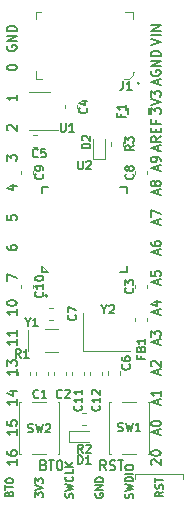
<source format=gto>
G04 #@! TF.GenerationSoftware,KiCad,Pcbnew,(5.1.0)-1*
G04 #@! TF.CreationDate,2019-08-08T12:31:07-05:00*
G04 #@! TF.ProjectId,STM32F070_Breakout,53544d33-3246-4303-9730-5f427265616b,v02*
G04 #@! TF.SameCoordinates,Original*
G04 #@! TF.FileFunction,Legend,Top*
G04 #@! TF.FilePolarity,Positive*
%FSLAX46Y46*%
G04 Gerber Fmt 4.6, Leading zero omitted, Abs format (unit mm)*
G04 Created by KiCad (PCBNEW (5.1.0)-1) date 2019-08-08 12:31:07*
%MOMM*%
%LPD*%
G04 APERTURE LIST*
%ADD10C,0.120000*%
%ADD11C,0.127000*%
%ADD12C,0.200000*%
%ADD13C,0.152400*%
%ADD14C,0.100000*%
G04 APERTURE END LIST*
D10*
X132290000Y-96796000D02*
X132820000Y-97326000D01*
D11*
X137730895Y-114083495D02*
X137459961Y-113696447D01*
X137266438Y-114083495D02*
X137266438Y-113270695D01*
X137576076Y-113270695D01*
X137653485Y-113309400D01*
X137692190Y-113348104D01*
X137730895Y-113425514D01*
X137730895Y-113541628D01*
X137692190Y-113619038D01*
X137653485Y-113657742D01*
X137576076Y-113696447D01*
X137266438Y-113696447D01*
X138040533Y-114044790D02*
X138156647Y-114083495D01*
X138350171Y-114083495D01*
X138427580Y-114044790D01*
X138466285Y-114006085D01*
X138504990Y-113928676D01*
X138504990Y-113851266D01*
X138466285Y-113773857D01*
X138427580Y-113735152D01*
X138350171Y-113696447D01*
X138195352Y-113657742D01*
X138117942Y-113619038D01*
X138079238Y-113580333D01*
X138040533Y-113502923D01*
X138040533Y-113425514D01*
X138079238Y-113348104D01*
X138117942Y-113309400D01*
X138195352Y-113270695D01*
X138388876Y-113270695D01*
X138504990Y-113309400D01*
X138737219Y-113270695D02*
X139201676Y-113270695D01*
X138969447Y-114083495D02*
X138969447Y-113270695D01*
X132457371Y-113657742D02*
X132573485Y-113696447D01*
X132612190Y-113735152D01*
X132650895Y-113812561D01*
X132650895Y-113928676D01*
X132612190Y-114006085D01*
X132573485Y-114044790D01*
X132496076Y-114083495D01*
X132186438Y-114083495D01*
X132186438Y-113270695D01*
X132457371Y-113270695D01*
X132534780Y-113309400D01*
X132573485Y-113348104D01*
X132612190Y-113425514D01*
X132612190Y-113502923D01*
X132573485Y-113580333D01*
X132534780Y-113619038D01*
X132457371Y-113657742D01*
X132186438Y-113657742D01*
X132883123Y-113270695D02*
X133347580Y-113270695D01*
X133115352Y-114083495D02*
X133115352Y-113270695D01*
X133773333Y-113270695D02*
X133850742Y-113270695D01*
X133928152Y-113309400D01*
X133966857Y-113348104D01*
X134005561Y-113425514D01*
X134044266Y-113580333D01*
X134044266Y-113773857D01*
X134005561Y-113928676D01*
X133966857Y-114006085D01*
X133928152Y-114044790D01*
X133850742Y-114083495D01*
X133773333Y-114083495D01*
X133695923Y-114044790D01*
X133657219Y-114006085D01*
X133618514Y-113928676D01*
X133579809Y-113773857D01*
X133579809Y-113580333D01*
X133618514Y-113425514D01*
X133657219Y-113348104D01*
X133695923Y-113309400D01*
X133773333Y-113270695D01*
D10*
X144272000Y-114808000D02*
X144272000Y-114427000D01*
X140208000Y-114808000D02*
X140208000Y-114427000D01*
X140208000Y-114427000D02*
X144272000Y-114427000D01*
D11*
X129518228Y-116088885D02*
X129549676Y-115994542D01*
X129581123Y-115963095D01*
X129644019Y-115931647D01*
X129738361Y-115931647D01*
X129801257Y-115963095D01*
X129832704Y-115994542D01*
X129864152Y-116057438D01*
X129864152Y-116309019D01*
X129203752Y-116309019D01*
X129203752Y-116088885D01*
X129235200Y-116025990D01*
X129266647Y-115994542D01*
X129329542Y-115963095D01*
X129392438Y-115963095D01*
X129455333Y-115994542D01*
X129486780Y-116025990D01*
X129518228Y-116088885D01*
X129518228Y-116309019D01*
X129203752Y-115742961D02*
X129203752Y-115365590D01*
X129864152Y-115554276D02*
X129203752Y-115554276D01*
X129203752Y-115019666D02*
X129203752Y-114956771D01*
X129235200Y-114893876D01*
X129266647Y-114862428D01*
X129329542Y-114830980D01*
X129455333Y-114799533D01*
X129612571Y-114799533D01*
X129738361Y-114830980D01*
X129801257Y-114862428D01*
X129832704Y-114893876D01*
X129864152Y-114956771D01*
X129864152Y-115019666D01*
X129832704Y-115082561D01*
X129801257Y-115114009D01*
X129738361Y-115145457D01*
X129612571Y-115176904D01*
X129455333Y-115176904D01*
X129329542Y-115145457D01*
X129266647Y-115114009D01*
X129235200Y-115082561D01*
X129203752Y-115019666D01*
X142564152Y-115931647D02*
X142249676Y-116151780D01*
X142564152Y-116309019D02*
X141903752Y-116309019D01*
X141903752Y-116057438D01*
X141935200Y-115994542D01*
X141966647Y-115963095D01*
X142029542Y-115931647D01*
X142123885Y-115931647D01*
X142186780Y-115963095D01*
X142218228Y-115994542D01*
X142249676Y-116057438D01*
X142249676Y-116309019D01*
X142532704Y-115680066D02*
X142564152Y-115585723D01*
X142564152Y-115428485D01*
X142532704Y-115365590D01*
X142501257Y-115334142D01*
X142438361Y-115302695D01*
X142375466Y-115302695D01*
X142312571Y-115334142D01*
X142281123Y-115365590D01*
X142249676Y-115428485D01*
X142218228Y-115554276D01*
X142186780Y-115617171D01*
X142155333Y-115648619D01*
X142092438Y-115680066D01*
X142029542Y-115680066D01*
X141966647Y-115648619D01*
X141935200Y-115617171D01*
X141903752Y-115554276D01*
X141903752Y-115397038D01*
X141935200Y-115302695D01*
X141903752Y-115114009D02*
X141903752Y-114736638D01*
X142564152Y-114925323D02*
X141903752Y-114925323D01*
X139992704Y-116461419D02*
X140024152Y-116367076D01*
X140024152Y-116209838D01*
X139992704Y-116146942D01*
X139961257Y-116115495D01*
X139898361Y-116084047D01*
X139835466Y-116084047D01*
X139772571Y-116115495D01*
X139741123Y-116146942D01*
X139709676Y-116209838D01*
X139678228Y-116335628D01*
X139646780Y-116398523D01*
X139615333Y-116429971D01*
X139552438Y-116461419D01*
X139489542Y-116461419D01*
X139426647Y-116429971D01*
X139395200Y-116398523D01*
X139363752Y-116335628D01*
X139363752Y-116178390D01*
X139395200Y-116084047D01*
X139363752Y-115863914D02*
X140024152Y-115706676D01*
X139552438Y-115580885D01*
X140024152Y-115455095D01*
X139363752Y-115297857D01*
X140024152Y-115046276D02*
X139363752Y-115046276D01*
X139363752Y-114889038D01*
X139395200Y-114794695D01*
X139458095Y-114731800D01*
X139520990Y-114700352D01*
X139646780Y-114668904D01*
X139741123Y-114668904D01*
X139866914Y-114700352D01*
X139929809Y-114731800D01*
X139992704Y-114794695D01*
X140024152Y-114889038D01*
X140024152Y-115046276D01*
X140024152Y-114385876D02*
X139363752Y-114385876D01*
X139363752Y-113945609D02*
X139363752Y-113819819D01*
X139395200Y-113756923D01*
X139458095Y-113694028D01*
X139583885Y-113662580D01*
X139804019Y-113662580D01*
X139929809Y-113694028D01*
X139992704Y-113756923D01*
X140024152Y-113819819D01*
X140024152Y-113945609D01*
X139992704Y-114008504D01*
X139929809Y-114071400D01*
X139804019Y-114102847D01*
X139583885Y-114102847D01*
X139458095Y-114071400D01*
X139395200Y-114008504D01*
X139363752Y-113945609D01*
X136855200Y-116073161D02*
X136823752Y-116136057D01*
X136823752Y-116230400D01*
X136855200Y-116324742D01*
X136918095Y-116387638D01*
X136980990Y-116419085D01*
X137106780Y-116450533D01*
X137201123Y-116450533D01*
X137326914Y-116419085D01*
X137389809Y-116387638D01*
X137452704Y-116324742D01*
X137484152Y-116230400D01*
X137484152Y-116167504D01*
X137452704Y-116073161D01*
X137421257Y-116041714D01*
X137201123Y-116041714D01*
X137201123Y-116167504D01*
X137484152Y-115758685D02*
X136823752Y-115758685D01*
X137484152Y-115381314D01*
X136823752Y-115381314D01*
X137484152Y-115066838D02*
X136823752Y-115066838D01*
X136823752Y-114909600D01*
X136855200Y-114815257D01*
X136918095Y-114752361D01*
X136980990Y-114720914D01*
X137106780Y-114689466D01*
X137201123Y-114689466D01*
X137326914Y-114720914D01*
X137389809Y-114752361D01*
X137452704Y-114815257D01*
X137484152Y-114909600D01*
X137484152Y-115066838D01*
X134912704Y-116428761D02*
X134944152Y-116334419D01*
X134944152Y-116177180D01*
X134912704Y-116114285D01*
X134881257Y-116082838D01*
X134818361Y-116051390D01*
X134755466Y-116051390D01*
X134692571Y-116082838D01*
X134661123Y-116114285D01*
X134629676Y-116177180D01*
X134598228Y-116302971D01*
X134566780Y-116365866D01*
X134535333Y-116397314D01*
X134472438Y-116428761D01*
X134409542Y-116428761D01*
X134346647Y-116397314D01*
X134315200Y-116365866D01*
X134283752Y-116302971D01*
X134283752Y-116145733D01*
X134315200Y-116051390D01*
X134283752Y-115831257D02*
X134944152Y-115674019D01*
X134472438Y-115548228D01*
X134944152Y-115422438D01*
X134283752Y-115265200D01*
X134881257Y-114636247D02*
X134912704Y-114667695D01*
X134944152Y-114762038D01*
X134944152Y-114824933D01*
X134912704Y-114919276D01*
X134849809Y-114982171D01*
X134786914Y-115013619D01*
X134661123Y-115045066D01*
X134566780Y-115045066D01*
X134440990Y-115013619D01*
X134378095Y-114982171D01*
X134315200Y-114919276D01*
X134283752Y-114824933D01*
X134283752Y-114762038D01*
X134315200Y-114667695D01*
X134346647Y-114636247D01*
X134944152Y-114038742D02*
X134944152Y-114353219D01*
X134283752Y-114353219D01*
X134944152Y-113818609D02*
X134283752Y-113818609D01*
X134944152Y-113441238D02*
X134566780Y-113724266D01*
X134283752Y-113441238D02*
X134661123Y-113818609D01*
X131743752Y-116387638D02*
X131743752Y-115978819D01*
X131995333Y-116198952D01*
X131995333Y-116104609D01*
X132026780Y-116041714D01*
X132058228Y-116010266D01*
X132121123Y-115978819D01*
X132278361Y-115978819D01*
X132341257Y-116010266D01*
X132372704Y-116041714D01*
X132404152Y-116104609D01*
X132404152Y-116293295D01*
X132372704Y-116356190D01*
X132341257Y-116387638D01*
X131743752Y-115790133D02*
X132404152Y-115570000D01*
X131743752Y-115349866D01*
X131743752Y-115192628D02*
X131743752Y-114783809D01*
X131995333Y-115003942D01*
X131995333Y-114909600D01*
X132026780Y-114846704D01*
X132058228Y-114815257D01*
X132121123Y-114783809D01*
X132278361Y-114783809D01*
X132341257Y-114815257D01*
X132372704Y-114846704D01*
X132404152Y-114909600D01*
X132404152Y-115098285D01*
X132372704Y-115161180D01*
X132341257Y-115192628D01*
X141618304Y-113649276D02*
X141579600Y-113610571D01*
X141540895Y-113533161D01*
X141540895Y-113339638D01*
X141579600Y-113262228D01*
X141618304Y-113223523D01*
X141695714Y-113184819D01*
X141773123Y-113184819D01*
X141889238Y-113223523D01*
X142353695Y-113687980D01*
X142353695Y-113184819D01*
X141540895Y-112681657D02*
X141540895Y-112604247D01*
X141579600Y-112526838D01*
X141618304Y-112488133D01*
X141695714Y-112449428D01*
X141850533Y-112410723D01*
X142044057Y-112410723D01*
X142198876Y-112449428D01*
X142276285Y-112488133D01*
X142314990Y-112526838D01*
X142353695Y-112604247D01*
X142353695Y-112681657D01*
X142314990Y-112759066D01*
X142276285Y-112797771D01*
X142198876Y-112836476D01*
X142044057Y-112875180D01*
X141850533Y-112875180D01*
X141695714Y-112836476D01*
X141618304Y-112797771D01*
X141579600Y-112759066D01*
X141540895Y-112681657D01*
X142121466Y-111070571D02*
X142121466Y-110683523D01*
X142353695Y-111147980D02*
X141540895Y-110877047D01*
X142353695Y-110606114D01*
X141540895Y-110180361D02*
X141540895Y-110102952D01*
X141579600Y-110025542D01*
X141618304Y-109986838D01*
X141695714Y-109948133D01*
X141850533Y-109909428D01*
X142044057Y-109909428D01*
X142198876Y-109948133D01*
X142276285Y-109986838D01*
X142314990Y-110025542D01*
X142353695Y-110102952D01*
X142353695Y-110180361D01*
X142314990Y-110257771D01*
X142276285Y-110296476D01*
X142198876Y-110335180D01*
X142044057Y-110373885D01*
X141850533Y-110373885D01*
X141695714Y-110335180D01*
X141618304Y-110296476D01*
X141579600Y-110257771D01*
X141540895Y-110180361D01*
X142121466Y-108530571D02*
X142121466Y-108143523D01*
X142353695Y-108607980D02*
X141540895Y-108337047D01*
X142353695Y-108066114D01*
X142353695Y-107369428D02*
X142353695Y-107833885D01*
X142353695Y-107601657D02*
X141540895Y-107601657D01*
X141657009Y-107679066D01*
X141734419Y-107756476D01*
X141773123Y-107833885D01*
X142121466Y-105990571D02*
X142121466Y-105603523D01*
X142353695Y-106067980D02*
X141540895Y-105797047D01*
X142353695Y-105526114D01*
X141618304Y-105293885D02*
X141579600Y-105255180D01*
X141540895Y-105177771D01*
X141540895Y-104984247D01*
X141579600Y-104906838D01*
X141618304Y-104868133D01*
X141695714Y-104829428D01*
X141773123Y-104829428D01*
X141889238Y-104868133D01*
X142353695Y-105332590D01*
X142353695Y-104829428D01*
X142121466Y-103450571D02*
X142121466Y-103063523D01*
X142353695Y-103527980D02*
X141540895Y-103257047D01*
X142353695Y-102986114D01*
X141540895Y-102792590D02*
X141540895Y-102289428D01*
X141850533Y-102560361D01*
X141850533Y-102444247D01*
X141889238Y-102366838D01*
X141927942Y-102328133D01*
X142005352Y-102289428D01*
X142198876Y-102289428D01*
X142276285Y-102328133D01*
X142314990Y-102366838D01*
X142353695Y-102444247D01*
X142353695Y-102676476D01*
X142314990Y-102753885D01*
X142276285Y-102792590D01*
X142121466Y-100910571D02*
X142121466Y-100523523D01*
X142353695Y-100987980D02*
X141540895Y-100717047D01*
X142353695Y-100446114D01*
X141811828Y-99826838D02*
X142353695Y-99826838D01*
X141502190Y-100020361D02*
X142082761Y-100213885D01*
X142082761Y-99710723D01*
X142121466Y-98370571D02*
X142121466Y-97983523D01*
X142353695Y-98447980D02*
X141540895Y-98177047D01*
X142353695Y-97906114D01*
X141540895Y-97248133D02*
X141540895Y-97635180D01*
X141927942Y-97673885D01*
X141889238Y-97635180D01*
X141850533Y-97557771D01*
X141850533Y-97364247D01*
X141889238Y-97286838D01*
X141927942Y-97248133D01*
X142005352Y-97209428D01*
X142198876Y-97209428D01*
X142276285Y-97248133D01*
X142314990Y-97286838D01*
X142353695Y-97364247D01*
X142353695Y-97557771D01*
X142314990Y-97635180D01*
X142276285Y-97673885D01*
X142121466Y-95830571D02*
X142121466Y-95443523D01*
X142353695Y-95907980D02*
X141540895Y-95637047D01*
X142353695Y-95366114D01*
X141540895Y-94746838D02*
X141540895Y-94901657D01*
X141579600Y-94979066D01*
X141618304Y-95017771D01*
X141734419Y-95095180D01*
X141889238Y-95133885D01*
X142198876Y-95133885D01*
X142276285Y-95095180D01*
X142314990Y-95056476D01*
X142353695Y-94979066D01*
X142353695Y-94824247D01*
X142314990Y-94746838D01*
X142276285Y-94708133D01*
X142198876Y-94669428D01*
X142005352Y-94669428D01*
X141927942Y-94708133D01*
X141889238Y-94746838D01*
X141850533Y-94824247D01*
X141850533Y-94979066D01*
X141889238Y-95056476D01*
X141927942Y-95095180D01*
X142005352Y-95133885D01*
X142121466Y-93290571D02*
X142121466Y-92903523D01*
X142353695Y-93367980D02*
X141540895Y-93097047D01*
X142353695Y-92826114D01*
X141540895Y-92632590D02*
X141540895Y-92090723D01*
X142353695Y-92439066D01*
X142121466Y-90750571D02*
X142121466Y-90363523D01*
X142353695Y-90827980D02*
X141540895Y-90557047D01*
X142353695Y-90286114D01*
X141889238Y-89899066D02*
X141850533Y-89976476D01*
X141811828Y-90015180D01*
X141734419Y-90053885D01*
X141695714Y-90053885D01*
X141618304Y-90015180D01*
X141579600Y-89976476D01*
X141540895Y-89899066D01*
X141540895Y-89744247D01*
X141579600Y-89666838D01*
X141618304Y-89628133D01*
X141695714Y-89589428D01*
X141734419Y-89589428D01*
X141811828Y-89628133D01*
X141850533Y-89666838D01*
X141889238Y-89744247D01*
X141889238Y-89899066D01*
X141927942Y-89976476D01*
X141966647Y-90015180D01*
X142044057Y-90053885D01*
X142198876Y-90053885D01*
X142276285Y-90015180D01*
X142314990Y-89976476D01*
X142353695Y-89899066D01*
X142353695Y-89744247D01*
X142314990Y-89666838D01*
X142276285Y-89628133D01*
X142198876Y-89589428D01*
X142044057Y-89589428D01*
X141966647Y-89628133D01*
X141927942Y-89666838D01*
X141889238Y-89744247D01*
X142121466Y-88718571D02*
X142121466Y-88331523D01*
X142353695Y-88795980D02*
X141540895Y-88525047D01*
X142353695Y-88254114D01*
X142353695Y-87944476D02*
X142353695Y-87789657D01*
X142314990Y-87712247D01*
X142276285Y-87673542D01*
X142160171Y-87596133D01*
X142005352Y-87557428D01*
X141695714Y-87557428D01*
X141618304Y-87596133D01*
X141579600Y-87634838D01*
X141540895Y-87712247D01*
X141540895Y-87867066D01*
X141579600Y-87944476D01*
X141618304Y-87983180D01*
X141695714Y-88021885D01*
X141889238Y-88021885D01*
X141966647Y-87983180D01*
X142005352Y-87944476D01*
X142044057Y-87867066D01*
X142044057Y-87712247D01*
X142005352Y-87634838D01*
X141966647Y-87596133D01*
X141889238Y-87557428D01*
X142121466Y-87040961D02*
X142121466Y-86653914D01*
X142353695Y-87118371D02*
X141540895Y-86847438D01*
X142353695Y-86576504D01*
X142353695Y-85841114D02*
X141966647Y-86112047D01*
X142353695Y-86305571D02*
X141540895Y-86305571D01*
X141540895Y-85995933D01*
X141579600Y-85918523D01*
X141618304Y-85879819D01*
X141695714Y-85841114D01*
X141811828Y-85841114D01*
X141889238Y-85879819D01*
X141927942Y-85918523D01*
X141966647Y-85995933D01*
X141966647Y-86305571D01*
X141927942Y-85492771D02*
X141927942Y-85221838D01*
X142353695Y-85105723D02*
X142353695Y-85492771D01*
X141540895Y-85492771D01*
X141540895Y-85105723D01*
X141927942Y-84486447D02*
X141927942Y-84757380D01*
X142353695Y-84757380D02*
X141540895Y-84757380D01*
X141540895Y-84370333D01*
X141540895Y-83937323D02*
X141540895Y-83434161D01*
X141850533Y-83705095D01*
X141850533Y-83588980D01*
X141889238Y-83511571D01*
X141927942Y-83472866D01*
X142005352Y-83434161D01*
X142198876Y-83434161D01*
X142276285Y-83472866D01*
X142314990Y-83511571D01*
X142353695Y-83588980D01*
X142353695Y-83821209D01*
X142314990Y-83898619D01*
X142276285Y-83937323D01*
X141540895Y-83201933D02*
X142353695Y-82931000D01*
X141540895Y-82660066D01*
X141540895Y-82466542D02*
X141540895Y-81963380D01*
X141850533Y-82234314D01*
X141850533Y-82118200D01*
X141889238Y-82040790D01*
X141927942Y-82002085D01*
X142005352Y-81963380D01*
X142198876Y-81963380D01*
X142276285Y-82002085D01*
X142314990Y-82040790D01*
X142353695Y-82118200D01*
X142353695Y-82350428D01*
X142314990Y-82427838D01*
X142276285Y-82466542D01*
X142121466Y-81442076D02*
X142121466Y-81055028D01*
X142353695Y-81519485D02*
X141540895Y-81248552D01*
X142353695Y-80977619D01*
X141579600Y-80280933D02*
X141540895Y-80358342D01*
X141540895Y-80474457D01*
X141579600Y-80590571D01*
X141657009Y-80667980D01*
X141734419Y-80706685D01*
X141889238Y-80745390D01*
X142005352Y-80745390D01*
X142160171Y-80706685D01*
X142237580Y-80667980D01*
X142314990Y-80590571D01*
X142353695Y-80474457D01*
X142353695Y-80397047D01*
X142314990Y-80280933D01*
X142276285Y-80242228D01*
X142005352Y-80242228D01*
X142005352Y-80397047D01*
X142353695Y-79893885D02*
X141540895Y-79893885D01*
X142353695Y-79429428D01*
X141540895Y-79429428D01*
X142353695Y-79042380D02*
X141540895Y-79042380D01*
X141540895Y-78848857D01*
X141579600Y-78732742D01*
X141657009Y-78655333D01*
X141734419Y-78616628D01*
X141889238Y-78577923D01*
X142005352Y-78577923D01*
X142160171Y-78616628D01*
X142237580Y-78655333D01*
X142314990Y-78732742D01*
X142353695Y-78848857D01*
X142353695Y-79042380D01*
X141540895Y-78106209D02*
X142353695Y-77835276D01*
X141540895Y-77564342D01*
X142353695Y-77293409D02*
X141540895Y-77293409D01*
X142353695Y-76906361D02*
X141540895Y-76906361D01*
X142353695Y-76441904D01*
X141540895Y-76441904D01*
X129387600Y-78165476D02*
X129348895Y-78242885D01*
X129348895Y-78359000D01*
X129387600Y-78475114D01*
X129465009Y-78552523D01*
X129542419Y-78591228D01*
X129697238Y-78629933D01*
X129813352Y-78629933D01*
X129968171Y-78591228D01*
X130045580Y-78552523D01*
X130122990Y-78475114D01*
X130161695Y-78359000D01*
X130161695Y-78281590D01*
X130122990Y-78165476D01*
X130084285Y-78126771D01*
X129813352Y-78126771D01*
X129813352Y-78281590D01*
X130161695Y-77778428D02*
X129348895Y-77778428D01*
X130161695Y-77313971D01*
X129348895Y-77313971D01*
X130161695Y-76926923D02*
X129348895Y-76926923D01*
X129348895Y-76733400D01*
X129387600Y-76617285D01*
X129465009Y-76539876D01*
X129542419Y-76501171D01*
X129697238Y-76462466D01*
X129813352Y-76462466D01*
X129968171Y-76501171D01*
X130045580Y-76539876D01*
X130122990Y-76617285D01*
X130161695Y-76733400D01*
X130161695Y-76926923D01*
X129348895Y-80048704D02*
X129348895Y-79971295D01*
X129387600Y-79893885D01*
X129426304Y-79855180D01*
X129503714Y-79816476D01*
X129658533Y-79777771D01*
X129852057Y-79777771D01*
X130006876Y-79816476D01*
X130084285Y-79855180D01*
X130122990Y-79893885D01*
X130161695Y-79971295D01*
X130161695Y-80048704D01*
X130122990Y-80126114D01*
X130084285Y-80164819D01*
X130006876Y-80203523D01*
X129852057Y-80242228D01*
X129658533Y-80242228D01*
X129503714Y-80203523D01*
X129426304Y-80164819D01*
X129387600Y-80126114D01*
X129348895Y-80048704D01*
X130161695Y-82317771D02*
X130161695Y-82782228D01*
X130161695Y-82550000D02*
X129348895Y-82550000D01*
X129465009Y-82627409D01*
X129542419Y-82704819D01*
X129581123Y-82782228D01*
X129426304Y-85322228D02*
X129387600Y-85283523D01*
X129348895Y-85206114D01*
X129348895Y-85012590D01*
X129387600Y-84935180D01*
X129426304Y-84896476D01*
X129503714Y-84857771D01*
X129581123Y-84857771D01*
X129697238Y-84896476D01*
X130161695Y-85360933D01*
X130161695Y-84857771D01*
X129348895Y-87900933D02*
X129348895Y-87397771D01*
X129658533Y-87668704D01*
X129658533Y-87552590D01*
X129697238Y-87475180D01*
X129735942Y-87436476D01*
X129813352Y-87397771D01*
X130006876Y-87397771D01*
X130084285Y-87436476D01*
X130122990Y-87475180D01*
X130161695Y-87552590D01*
X130161695Y-87784819D01*
X130122990Y-87862228D01*
X130084285Y-87900933D01*
X129619828Y-90015180D02*
X130161695Y-90015180D01*
X129310190Y-90208704D02*
X129890761Y-90402228D01*
X129890761Y-89899066D01*
X129348895Y-92516476D02*
X129348895Y-92903523D01*
X129735942Y-92942228D01*
X129697238Y-92903523D01*
X129658533Y-92826114D01*
X129658533Y-92632590D01*
X129697238Y-92555180D01*
X129735942Y-92516476D01*
X129813352Y-92477771D01*
X130006876Y-92477771D01*
X130084285Y-92516476D01*
X130122990Y-92555180D01*
X130161695Y-92632590D01*
X130161695Y-92826114D01*
X130122990Y-92903523D01*
X130084285Y-92942228D01*
X129348895Y-95095180D02*
X129348895Y-95250000D01*
X129387600Y-95327409D01*
X129426304Y-95366114D01*
X129542419Y-95443523D01*
X129697238Y-95482228D01*
X130006876Y-95482228D01*
X130084285Y-95443523D01*
X130122990Y-95404819D01*
X130161695Y-95327409D01*
X130161695Y-95172590D01*
X130122990Y-95095180D01*
X130084285Y-95056476D01*
X130006876Y-95017771D01*
X129813352Y-95017771D01*
X129735942Y-95056476D01*
X129697238Y-95095180D01*
X129658533Y-95172590D01*
X129658533Y-95327409D01*
X129697238Y-95404819D01*
X129735942Y-95443523D01*
X129813352Y-95482228D01*
X130161695Y-113184819D02*
X130161695Y-113649276D01*
X130161695Y-113417047D02*
X129348895Y-113417047D01*
X129465009Y-113494457D01*
X129542419Y-113571866D01*
X129581123Y-113649276D01*
X129348895Y-112488133D02*
X129348895Y-112642952D01*
X129387600Y-112720361D01*
X129426304Y-112759066D01*
X129542419Y-112836476D01*
X129697238Y-112875180D01*
X130006876Y-112875180D01*
X130084285Y-112836476D01*
X130122990Y-112797771D01*
X130161695Y-112720361D01*
X130161695Y-112565542D01*
X130122990Y-112488133D01*
X130084285Y-112449428D01*
X130006876Y-112410723D01*
X129813352Y-112410723D01*
X129735942Y-112449428D01*
X129697238Y-112488133D01*
X129658533Y-112565542D01*
X129658533Y-112720361D01*
X129697238Y-112797771D01*
X129735942Y-112836476D01*
X129813352Y-112875180D01*
X130161695Y-110644819D02*
X130161695Y-111109276D01*
X130161695Y-110877047D02*
X129348895Y-110877047D01*
X129465009Y-110954457D01*
X129542419Y-111031866D01*
X129581123Y-111109276D01*
X129348895Y-109909428D02*
X129348895Y-110296476D01*
X129735942Y-110335180D01*
X129697238Y-110296476D01*
X129658533Y-110219066D01*
X129658533Y-110025542D01*
X129697238Y-109948133D01*
X129735942Y-109909428D01*
X129813352Y-109870723D01*
X130006876Y-109870723D01*
X130084285Y-109909428D01*
X130122990Y-109948133D01*
X130161695Y-110025542D01*
X130161695Y-110219066D01*
X130122990Y-110296476D01*
X130084285Y-110335180D01*
X130161695Y-108104819D02*
X130161695Y-108569276D01*
X130161695Y-108337047D02*
X129348895Y-108337047D01*
X129465009Y-108414457D01*
X129542419Y-108491866D01*
X129581123Y-108569276D01*
X129619828Y-107408133D02*
X130161695Y-107408133D01*
X129310190Y-107601657D02*
X129890761Y-107795180D01*
X129890761Y-107292019D01*
X130161695Y-105564819D02*
X130161695Y-106029276D01*
X130161695Y-105797047D02*
X129348895Y-105797047D01*
X129465009Y-105874457D01*
X129542419Y-105951866D01*
X129581123Y-106029276D01*
X129348895Y-105293885D02*
X129348895Y-104790723D01*
X129658533Y-105061657D01*
X129658533Y-104945542D01*
X129697238Y-104868133D01*
X129735942Y-104829428D01*
X129813352Y-104790723D01*
X130006876Y-104790723D01*
X130084285Y-104829428D01*
X130122990Y-104868133D01*
X130161695Y-104945542D01*
X130161695Y-105177771D01*
X130122990Y-105255180D01*
X130084285Y-105293885D01*
X130161695Y-103024819D02*
X130161695Y-103489276D01*
X130161695Y-103257047D02*
X129348895Y-103257047D01*
X129465009Y-103334457D01*
X129542419Y-103411866D01*
X129581123Y-103489276D01*
X130161695Y-102250723D02*
X130161695Y-102715180D01*
X130161695Y-102482952D02*
X129348895Y-102482952D01*
X129465009Y-102560361D01*
X129542419Y-102637771D01*
X129581123Y-102715180D01*
X130161695Y-100484819D02*
X130161695Y-100949276D01*
X130161695Y-100717047D02*
X129348895Y-100717047D01*
X129465009Y-100794457D01*
X129542419Y-100871866D01*
X129581123Y-100949276D01*
X129348895Y-99981657D02*
X129348895Y-99904247D01*
X129387600Y-99826838D01*
X129426304Y-99788133D01*
X129503714Y-99749428D01*
X129658533Y-99710723D01*
X129852057Y-99710723D01*
X130006876Y-99749428D01*
X130084285Y-99788133D01*
X130122990Y-99826838D01*
X130161695Y-99904247D01*
X130161695Y-99981657D01*
X130122990Y-100059066D01*
X130084285Y-100097771D01*
X130006876Y-100136476D01*
X129852057Y-100175180D01*
X129658533Y-100175180D01*
X129503714Y-100136476D01*
X129426304Y-100097771D01*
X129387600Y-100059066D01*
X129348895Y-99981657D01*
X129348895Y-98060933D02*
X129348895Y-97519066D01*
X130161695Y-97867409D01*
D12*
X132790000Y-99326000D02*
G75*
G03X132790000Y-99326000I-100000J0D01*
G01*
D11*
X138960000Y-97326000D02*
X139490000Y-97326000D01*
X132290000Y-97326000D02*
X132820000Y-97326000D01*
X132290000Y-90126000D02*
X132290000Y-90656000D01*
X139490000Y-90126000D02*
X138960000Y-90126000D01*
X139490000Y-97326000D02*
X139490000Y-96796000D01*
X139490000Y-90656000D02*
X139490000Y-90126000D01*
X132820000Y-90126000D02*
X132290000Y-90126000D01*
X132290000Y-96796000D02*
X132290000Y-97326000D01*
D10*
X135727221Y-110238000D02*
X136052779Y-110238000D01*
X135727221Y-109218000D02*
X136052779Y-109218000D01*
X132844000Y-105755221D02*
X132844000Y-106080779D01*
X131824000Y-105755221D02*
X131824000Y-106080779D01*
X133348000Y-105755221D02*
X133348000Y-106080779D01*
X134368000Y-105755221D02*
X134368000Y-106080779D01*
X141226000Y-98714779D02*
X141226000Y-98389221D01*
X140206000Y-98714779D02*
X140206000Y-98389221D01*
X135257000Y-83474779D02*
X135257000Y-83149221D01*
X134237000Y-83474779D02*
X134237000Y-83149221D01*
X131536221Y-86743000D02*
X131861779Y-86743000D01*
X131536221Y-85723000D02*
X131861779Y-85723000D01*
X138940000Y-106055279D02*
X138940000Y-105729721D01*
X137920000Y-106055279D02*
X137920000Y-105729721D01*
X132933221Y-100328000D02*
X133258779Y-100328000D01*
X132933221Y-101348000D02*
X133258779Y-101348000D01*
X141226000Y-89062779D02*
X141226000Y-88737221D01*
X140206000Y-89062779D02*
X140206000Y-88737221D01*
X131574000Y-89062779D02*
X131574000Y-88737221D01*
X130554000Y-89062779D02*
X130554000Y-88737221D01*
X131574000Y-98389221D02*
X131574000Y-98714779D01*
X130554000Y-98389221D02*
X130554000Y-98714779D01*
X135892000Y-106080779D02*
X135892000Y-105755221D01*
X134872000Y-106080779D02*
X134872000Y-105755221D01*
X136396000Y-106080779D02*
X136396000Y-105755221D01*
X137416000Y-106080779D02*
X137416000Y-105755221D01*
X134590000Y-111752000D02*
X136290000Y-111752000D01*
X134590000Y-110952000D02*
X134590000Y-111752000D01*
X134590000Y-110752000D02*
X134590000Y-110952000D01*
X134690000Y-110752000D02*
X134590000Y-110752000D01*
X134790000Y-110752000D02*
X134690000Y-110752000D01*
X134790000Y-110752000D02*
X136290000Y-110752000D01*
X136660000Y-87587000D02*
X136660000Y-86087000D01*
X136660000Y-87587000D02*
X136660000Y-87687000D01*
X136660000Y-87687000D02*
X136660000Y-87787000D01*
X136660000Y-87787000D02*
X136860000Y-87787000D01*
X136860000Y-87787000D02*
X137660000Y-87787000D01*
X137660000Y-87787000D02*
X137660000Y-86087000D01*
D13*
X139585700Y-83403650D02*
X139585700Y-83982350D01*
X141338300Y-83982350D02*
X141338300Y-83403650D01*
X140538200Y-81343500D02*
G75*
G03X140538200Y-81343500I-76200J0D01*
G01*
D10*
X131320000Y-106080779D02*
X131320000Y-105755221D01*
X130300000Y-106080779D02*
X130300000Y-105755221D01*
X138174000Y-86649779D02*
X138174000Y-86324221D01*
X139194000Y-86649779D02*
X139194000Y-86324221D01*
X132980000Y-82083000D02*
X131180000Y-82083000D01*
X131180000Y-85303000D02*
X133630000Y-85303000D01*
X131146000Y-102224000D02*
X131146000Y-104024000D01*
X132546000Y-104074000D02*
X133646000Y-104074000D01*
X132546000Y-102174000D02*
X133646000Y-102174000D01*
X135752000Y-103975000D02*
X139752000Y-103975000D01*
X135752000Y-100825000D02*
X135752000Y-103975000D01*
X138120000Y-108290000D02*
X138000000Y-108290000D01*
X140270000Y-108290000D02*
X139130000Y-108290000D01*
X141400000Y-108290000D02*
X141280000Y-108290000D01*
X141400000Y-112690000D02*
X141400000Y-108290000D01*
X141280000Y-112690000D02*
X141400000Y-112690000D01*
X139130000Y-112690000D02*
X140270000Y-112690000D01*
X138000000Y-112690000D02*
X138120000Y-112690000D01*
X138000000Y-108290000D02*
X138000000Y-112690000D01*
X130380000Y-108290000D02*
X130380000Y-112690000D01*
X130380000Y-112690000D02*
X130500000Y-112690000D01*
X131510000Y-112690000D02*
X132650000Y-112690000D01*
X133660000Y-112690000D02*
X133780000Y-112690000D01*
X133780000Y-112690000D02*
X133780000Y-108290000D01*
X133780000Y-108290000D02*
X133660000Y-108290000D01*
X132650000Y-108290000D02*
X131510000Y-108290000D01*
X130500000Y-108290000D02*
X130380000Y-108290000D01*
X141226000Y-101183221D02*
X141226000Y-101508779D01*
X140206000Y-101183221D02*
X140206000Y-101508779D01*
D14*
X139990000Y-75872000D02*
X139990000Y-75322000D01*
X139990000Y-75322000D02*
X139340000Y-75322000D01*
X131790000Y-75922000D02*
X131790000Y-75322000D01*
X131790000Y-75322000D02*
X132190000Y-75322000D01*
X132290000Y-81022000D02*
X131790000Y-81022000D01*
X131790000Y-81022000D02*
X131790000Y-80322000D01*
X139240000Y-81022000D02*
X139690000Y-81022000D01*
X139690000Y-81022000D02*
X139990000Y-80672000D01*
X139990000Y-80672000D02*
X139990000Y-80372000D01*
X139990000Y-80372000D02*
X140140000Y-80372000D01*
D11*
X135348133Y-87900933D02*
X135348133Y-88476666D01*
X135382000Y-88544400D01*
X135415866Y-88578266D01*
X135483600Y-88612133D01*
X135619066Y-88612133D01*
X135686800Y-88578266D01*
X135720666Y-88544400D01*
X135754533Y-88476666D01*
X135754533Y-87900933D01*
X136059333Y-87968666D02*
X136093200Y-87934800D01*
X136160933Y-87900933D01*
X136330266Y-87900933D01*
X136398000Y-87934800D01*
X136431866Y-87968666D01*
X136465733Y-88036400D01*
X136465733Y-88104133D01*
X136431866Y-88205733D01*
X136025466Y-88612133D01*
X136465733Y-88612133D01*
X135771466Y-112640533D02*
X135534400Y-112301866D01*
X135365066Y-112640533D02*
X135365066Y-111929333D01*
X135636000Y-111929333D01*
X135703733Y-111963200D01*
X135737600Y-111997066D01*
X135771466Y-112064800D01*
X135771466Y-112166400D01*
X135737600Y-112234133D01*
X135703733Y-112268000D01*
X135636000Y-112301866D01*
X135365066Y-112301866D01*
X136042400Y-111997066D02*
X136076266Y-111963200D01*
X136144000Y-111929333D01*
X136313333Y-111929333D01*
X136381066Y-111963200D01*
X136414933Y-111997066D01*
X136448800Y-112064800D01*
X136448800Y-112132533D01*
X136414933Y-112234133D01*
X136008533Y-112640533D01*
X136448800Y-112640533D01*
X132012266Y-107924600D02*
X131978400Y-107958466D01*
X131876800Y-107992333D01*
X131809066Y-107992333D01*
X131707466Y-107958466D01*
X131639733Y-107890733D01*
X131605866Y-107823000D01*
X131572000Y-107687533D01*
X131572000Y-107585933D01*
X131605866Y-107450466D01*
X131639733Y-107382733D01*
X131707466Y-107315000D01*
X131809066Y-107281133D01*
X131876800Y-107281133D01*
X131978400Y-107315000D01*
X132012266Y-107348866D01*
X132689600Y-107992333D02*
X132283200Y-107992333D01*
X132486400Y-107992333D02*
X132486400Y-107281133D01*
X132418666Y-107382733D01*
X132350933Y-107450466D01*
X132283200Y-107484333D01*
X133993466Y-107924600D02*
X133959600Y-107958466D01*
X133858000Y-107992333D01*
X133790266Y-107992333D01*
X133688666Y-107958466D01*
X133620933Y-107890733D01*
X133587066Y-107823000D01*
X133553200Y-107687533D01*
X133553200Y-107585933D01*
X133587066Y-107450466D01*
X133620933Y-107382733D01*
X133688666Y-107315000D01*
X133790266Y-107281133D01*
X133858000Y-107281133D01*
X133959600Y-107315000D01*
X133993466Y-107348866D01*
X134264400Y-107348866D02*
X134298266Y-107315000D01*
X134366000Y-107281133D01*
X134535333Y-107281133D01*
X134603066Y-107315000D01*
X134636933Y-107348866D01*
X134670800Y-107416600D01*
X134670800Y-107484333D01*
X134636933Y-107585933D01*
X134230533Y-107992333D01*
X134670800Y-107992333D01*
X139979400Y-98670533D02*
X140013266Y-98704400D01*
X140047133Y-98806000D01*
X140047133Y-98873733D01*
X140013266Y-98975333D01*
X139945533Y-99043066D01*
X139877800Y-99076933D01*
X139742333Y-99110800D01*
X139640733Y-99110800D01*
X139505266Y-99076933D01*
X139437533Y-99043066D01*
X139369800Y-98975333D01*
X139335933Y-98873733D01*
X139335933Y-98806000D01*
X139369800Y-98704400D01*
X139403666Y-98670533D01*
X139335933Y-98433466D02*
X139335933Y-97993200D01*
X139606866Y-98230266D01*
X139606866Y-98128666D01*
X139640733Y-98060933D01*
X139674600Y-98027066D01*
X139742333Y-97993200D01*
X139911666Y-97993200D01*
X139979400Y-98027066D01*
X140013266Y-98060933D01*
X140047133Y-98128666D01*
X140047133Y-98331866D01*
X140013266Y-98399600D01*
X139979400Y-98433466D01*
X136093200Y-83430533D02*
X136127066Y-83464400D01*
X136160933Y-83566000D01*
X136160933Y-83633733D01*
X136127066Y-83735333D01*
X136059333Y-83803066D01*
X135991600Y-83836933D01*
X135856133Y-83870800D01*
X135754533Y-83870800D01*
X135619066Y-83836933D01*
X135551333Y-83803066D01*
X135483600Y-83735333D01*
X135449733Y-83633733D01*
X135449733Y-83566000D01*
X135483600Y-83464400D01*
X135517466Y-83430533D01*
X135686800Y-82820933D02*
X136160933Y-82820933D01*
X135415866Y-82990266D02*
X135923866Y-83159600D01*
X135923866Y-82719333D01*
X131961466Y-87553800D02*
X131927600Y-87587666D01*
X131826000Y-87621533D01*
X131758266Y-87621533D01*
X131656666Y-87587666D01*
X131588933Y-87519933D01*
X131555066Y-87452200D01*
X131521200Y-87316733D01*
X131521200Y-87215133D01*
X131555066Y-87079666D01*
X131588933Y-87011933D01*
X131656666Y-86944200D01*
X131758266Y-86910333D01*
X131826000Y-86910333D01*
X131927600Y-86944200D01*
X131961466Y-86978066D01*
X132604933Y-86910333D02*
X132266266Y-86910333D01*
X132232400Y-87249000D01*
X132266266Y-87215133D01*
X132334000Y-87181266D01*
X132503333Y-87181266D01*
X132571066Y-87215133D01*
X132604933Y-87249000D01*
X132638800Y-87316733D01*
X132638800Y-87486066D01*
X132604933Y-87553800D01*
X132571066Y-87587666D01*
X132503333Y-87621533D01*
X132334000Y-87621533D01*
X132266266Y-87587666D01*
X132232400Y-87553800D01*
X139700000Y-105147533D02*
X139733866Y-105181400D01*
X139767733Y-105283000D01*
X139767733Y-105350733D01*
X139733866Y-105452333D01*
X139666133Y-105520066D01*
X139598400Y-105553933D01*
X139462933Y-105587800D01*
X139361333Y-105587800D01*
X139225866Y-105553933D01*
X139158133Y-105520066D01*
X139090400Y-105452333D01*
X139056533Y-105350733D01*
X139056533Y-105283000D01*
X139090400Y-105181400D01*
X139124266Y-105147533D01*
X139056533Y-104537933D02*
X139056533Y-104673400D01*
X139090400Y-104741133D01*
X139124266Y-104775000D01*
X139225866Y-104842733D01*
X139361333Y-104876600D01*
X139632266Y-104876600D01*
X139700000Y-104842733D01*
X139733866Y-104808866D01*
X139767733Y-104741133D01*
X139767733Y-104605666D01*
X139733866Y-104537933D01*
X139700000Y-104504066D01*
X139632266Y-104470200D01*
X139462933Y-104470200D01*
X139395200Y-104504066D01*
X139361333Y-104537933D01*
X139327466Y-104605666D01*
X139327466Y-104741133D01*
X139361333Y-104808866D01*
X139395200Y-104842733D01*
X139462933Y-104876600D01*
X135128000Y-100956533D02*
X135161866Y-100990400D01*
X135195733Y-101092000D01*
X135195733Y-101159733D01*
X135161866Y-101261333D01*
X135094133Y-101329066D01*
X135026400Y-101362933D01*
X134890933Y-101396800D01*
X134789333Y-101396800D01*
X134653866Y-101362933D01*
X134586133Y-101329066D01*
X134518400Y-101261333D01*
X134484533Y-101159733D01*
X134484533Y-101092000D01*
X134518400Y-100990400D01*
X134552266Y-100956533D01*
X134484533Y-100719466D02*
X134484533Y-100245333D01*
X135195733Y-100550133D01*
X140004800Y-89018533D02*
X140038666Y-89052400D01*
X140072533Y-89154000D01*
X140072533Y-89221733D01*
X140038666Y-89323333D01*
X139970933Y-89391066D01*
X139903200Y-89424933D01*
X139767733Y-89458800D01*
X139666133Y-89458800D01*
X139530666Y-89424933D01*
X139462933Y-89391066D01*
X139395200Y-89323333D01*
X139361333Y-89221733D01*
X139361333Y-89154000D01*
X139395200Y-89052400D01*
X139429066Y-89018533D01*
X139666133Y-88612133D02*
X139632266Y-88679866D01*
X139598400Y-88713733D01*
X139530666Y-88747600D01*
X139496800Y-88747600D01*
X139429066Y-88713733D01*
X139395200Y-88679866D01*
X139361333Y-88612133D01*
X139361333Y-88476666D01*
X139395200Y-88408933D01*
X139429066Y-88375066D01*
X139496800Y-88341200D01*
X139530666Y-88341200D01*
X139598400Y-88375066D01*
X139632266Y-88408933D01*
X139666133Y-88476666D01*
X139666133Y-88612133D01*
X139700000Y-88679866D01*
X139733866Y-88713733D01*
X139801600Y-88747600D01*
X139937066Y-88747600D01*
X140004800Y-88713733D01*
X140038666Y-88679866D01*
X140072533Y-88612133D01*
X140072533Y-88476666D01*
X140038666Y-88408933D01*
X140004800Y-88375066D01*
X139937066Y-88341200D01*
X139801600Y-88341200D01*
X139733866Y-88375066D01*
X139700000Y-88408933D01*
X139666133Y-88476666D01*
X132359400Y-89018533D02*
X132393266Y-89052400D01*
X132427133Y-89154000D01*
X132427133Y-89221733D01*
X132393266Y-89323333D01*
X132325533Y-89391066D01*
X132257800Y-89424933D01*
X132122333Y-89458800D01*
X132020733Y-89458800D01*
X131885266Y-89424933D01*
X131817533Y-89391066D01*
X131749800Y-89323333D01*
X131715933Y-89221733D01*
X131715933Y-89154000D01*
X131749800Y-89052400D01*
X131783666Y-89018533D01*
X132427133Y-88679866D02*
X132427133Y-88544400D01*
X132393266Y-88476666D01*
X132359400Y-88442800D01*
X132257800Y-88375066D01*
X132122333Y-88341200D01*
X131851400Y-88341200D01*
X131783666Y-88375066D01*
X131749800Y-88408933D01*
X131715933Y-88476666D01*
X131715933Y-88612133D01*
X131749800Y-88679866D01*
X131783666Y-88713733D01*
X131851400Y-88747600D01*
X132020733Y-88747600D01*
X132088466Y-88713733D01*
X132122333Y-88679866D01*
X132156200Y-88612133D01*
X132156200Y-88476666D01*
X132122333Y-88408933D01*
X132088466Y-88375066D01*
X132020733Y-88341200D01*
X132359400Y-99009200D02*
X132393266Y-99043066D01*
X132427133Y-99144666D01*
X132427133Y-99212400D01*
X132393266Y-99314000D01*
X132325533Y-99381733D01*
X132257800Y-99415600D01*
X132122333Y-99449466D01*
X132020733Y-99449466D01*
X131885266Y-99415600D01*
X131817533Y-99381733D01*
X131749800Y-99314000D01*
X131715933Y-99212400D01*
X131715933Y-99144666D01*
X131749800Y-99043066D01*
X131783666Y-99009200D01*
X132427133Y-98331866D02*
X132427133Y-98738266D01*
X132427133Y-98535066D02*
X131715933Y-98535066D01*
X131817533Y-98602800D01*
X131885266Y-98670533D01*
X131919133Y-98738266D01*
X131715933Y-97891600D02*
X131715933Y-97823866D01*
X131749800Y-97756133D01*
X131783666Y-97722266D01*
X131851400Y-97688400D01*
X131986866Y-97654533D01*
X132156200Y-97654533D01*
X132291666Y-97688400D01*
X132359400Y-97722266D01*
X132393266Y-97756133D01*
X132427133Y-97823866D01*
X132427133Y-97891600D01*
X132393266Y-97959333D01*
X132359400Y-97993200D01*
X132291666Y-98027066D01*
X132156200Y-98060933D01*
X131986866Y-98060933D01*
X131851400Y-98027066D01*
X131783666Y-97993200D01*
X131749800Y-97959333D01*
X131715933Y-97891600D01*
X135636000Y-108635800D02*
X135669866Y-108669666D01*
X135703733Y-108771266D01*
X135703733Y-108839000D01*
X135669866Y-108940600D01*
X135602133Y-109008333D01*
X135534400Y-109042200D01*
X135398933Y-109076066D01*
X135297333Y-109076066D01*
X135161866Y-109042200D01*
X135094133Y-109008333D01*
X135026400Y-108940600D01*
X134992533Y-108839000D01*
X134992533Y-108771266D01*
X135026400Y-108669666D01*
X135060266Y-108635800D01*
X135703733Y-107958466D02*
X135703733Y-108364866D01*
X135703733Y-108161666D02*
X134992533Y-108161666D01*
X135094133Y-108229400D01*
X135161866Y-108297133D01*
X135195733Y-108364866D01*
X135703733Y-107281133D02*
X135703733Y-107687533D01*
X135703733Y-107484333D02*
X134992533Y-107484333D01*
X135094133Y-107552066D01*
X135161866Y-107619800D01*
X135195733Y-107687533D01*
X137160000Y-108635800D02*
X137193866Y-108669666D01*
X137227733Y-108771266D01*
X137227733Y-108839000D01*
X137193866Y-108940600D01*
X137126133Y-109008333D01*
X137058400Y-109042200D01*
X136922933Y-109076066D01*
X136821333Y-109076066D01*
X136685866Y-109042200D01*
X136618133Y-109008333D01*
X136550400Y-108940600D01*
X136516533Y-108839000D01*
X136516533Y-108771266D01*
X136550400Y-108669666D01*
X136584266Y-108635800D01*
X137227733Y-107958466D02*
X137227733Y-108364866D01*
X137227733Y-108161666D02*
X136516533Y-108161666D01*
X136618133Y-108229400D01*
X136685866Y-108297133D01*
X136719733Y-108364866D01*
X136584266Y-107687533D02*
X136550400Y-107653666D01*
X136516533Y-107585933D01*
X136516533Y-107416600D01*
X136550400Y-107348866D01*
X136584266Y-107315000D01*
X136652000Y-107281133D01*
X136719733Y-107281133D01*
X136821333Y-107315000D01*
X137227733Y-107721400D01*
X137227733Y-107281133D01*
X135365066Y-113554933D02*
X135365066Y-112843733D01*
X135534400Y-112843733D01*
X135636000Y-112877600D01*
X135703733Y-112945333D01*
X135737600Y-113013066D01*
X135771466Y-113148533D01*
X135771466Y-113250133D01*
X135737600Y-113385600D01*
X135703733Y-113453333D01*
X135636000Y-113521066D01*
X135534400Y-113554933D01*
X135365066Y-113554933D01*
X136448800Y-113554933D02*
X136042400Y-113554933D01*
X136245600Y-113554933D02*
X136245600Y-112843733D01*
X136177866Y-112945333D01*
X136110133Y-113013066D01*
X136042400Y-113046933D01*
X136414933Y-86859533D02*
X135703733Y-86859533D01*
X135703733Y-86690200D01*
X135737600Y-86588600D01*
X135805333Y-86520866D01*
X135873066Y-86487000D01*
X136008533Y-86453133D01*
X136110133Y-86453133D01*
X136245600Y-86487000D01*
X136313333Y-86520866D01*
X136381066Y-86588600D01*
X136414933Y-86690200D01*
X136414933Y-86859533D01*
X135771466Y-86182200D02*
X135737600Y-86148333D01*
X135703733Y-86080600D01*
X135703733Y-85911266D01*
X135737600Y-85843533D01*
X135771466Y-85809666D01*
X135839200Y-85775800D01*
X135906933Y-85775800D01*
X136008533Y-85809666D01*
X136414933Y-86216066D01*
X136414933Y-85775800D01*
X139014200Y-83930066D02*
X139014200Y-84167133D01*
X139386733Y-84167133D02*
X138675533Y-84167133D01*
X138675533Y-83828466D01*
X139386733Y-83185000D02*
X139386733Y-83591400D01*
X139386733Y-83388200D02*
X138675533Y-83388200D01*
X138777133Y-83455933D01*
X138844866Y-83523666D01*
X138878733Y-83591400D01*
X130513666Y-104588733D02*
X130276600Y-104250066D01*
X130107266Y-104588733D02*
X130107266Y-103877533D01*
X130378200Y-103877533D01*
X130445933Y-103911400D01*
X130479800Y-103945266D01*
X130513666Y-104013000D01*
X130513666Y-104114600D01*
X130479800Y-104182333D01*
X130445933Y-104216200D01*
X130378200Y-104250066D01*
X130107266Y-104250066D01*
X131191000Y-104588733D02*
X130784600Y-104588733D01*
X130987800Y-104588733D02*
X130987800Y-103877533D01*
X130920066Y-103979133D01*
X130852333Y-104046866D01*
X130784600Y-104080733D01*
X140072533Y-86605533D02*
X139733866Y-86842600D01*
X140072533Y-87011933D02*
X139361333Y-87011933D01*
X139361333Y-86741000D01*
X139395200Y-86673266D01*
X139429066Y-86639400D01*
X139496800Y-86605533D01*
X139598400Y-86605533D01*
X139666133Y-86639400D01*
X139700000Y-86673266D01*
X139733866Y-86741000D01*
X139733866Y-87011933D01*
X139361333Y-86368466D02*
X139361333Y-85928200D01*
X139632266Y-86165266D01*
X139632266Y-86063666D01*
X139666133Y-85995933D01*
X139700000Y-85962066D01*
X139767733Y-85928200D01*
X139937066Y-85928200D01*
X140004800Y-85962066D01*
X140038666Y-85995933D01*
X140072533Y-86063666D01*
X140072533Y-86266866D01*
X140038666Y-86334600D01*
X140004800Y-86368466D01*
X133900333Y-84725933D02*
X133900333Y-85301666D01*
X133934200Y-85369400D01*
X133968066Y-85403266D01*
X134035800Y-85437133D01*
X134171266Y-85437133D01*
X134239000Y-85403266D01*
X134272866Y-85369400D01*
X134306733Y-85301666D01*
X134306733Y-84725933D01*
X135017933Y-85437133D02*
X134611533Y-85437133D01*
X134814733Y-85437133D02*
X134814733Y-84725933D01*
X134747000Y-84827533D01*
X134679266Y-84895266D01*
X134611533Y-84929133D01*
X131106333Y-101583066D02*
X131106333Y-101921733D01*
X130869266Y-101210533D02*
X131106333Y-101583066D01*
X131343400Y-101210533D01*
X131953000Y-101921733D02*
X131546600Y-101921733D01*
X131749800Y-101921733D02*
X131749800Y-101210533D01*
X131682066Y-101312133D01*
X131614333Y-101379866D01*
X131546600Y-101413733D01*
X137583333Y-100490866D02*
X137583333Y-100829533D01*
X137346266Y-100118333D02*
X137583333Y-100490866D01*
X137820400Y-100118333D01*
X138023600Y-100186066D02*
X138057466Y-100152200D01*
X138125200Y-100118333D01*
X138294533Y-100118333D01*
X138362266Y-100152200D01*
X138396133Y-100186066D01*
X138430000Y-100253800D01*
X138430000Y-100321533D01*
X138396133Y-100423133D01*
X137989733Y-100829533D01*
X138430000Y-100829533D01*
X138751733Y-110777866D02*
X138853333Y-110811733D01*
X139022666Y-110811733D01*
X139090400Y-110777866D01*
X139124266Y-110744000D01*
X139158133Y-110676266D01*
X139158133Y-110608533D01*
X139124266Y-110540800D01*
X139090400Y-110506933D01*
X139022666Y-110473066D01*
X138887200Y-110439200D01*
X138819466Y-110405333D01*
X138785600Y-110371466D01*
X138751733Y-110303733D01*
X138751733Y-110236000D01*
X138785600Y-110168266D01*
X138819466Y-110134400D01*
X138887200Y-110100533D01*
X139056533Y-110100533D01*
X139158133Y-110134400D01*
X139395200Y-110100533D02*
X139564533Y-110811733D01*
X139700000Y-110303733D01*
X139835466Y-110811733D01*
X140004800Y-110100533D01*
X140648266Y-110811733D02*
X140241866Y-110811733D01*
X140445066Y-110811733D02*
X140445066Y-110100533D01*
X140377333Y-110202133D01*
X140309600Y-110269866D01*
X140241866Y-110303733D01*
X131131733Y-110861866D02*
X131233333Y-110895733D01*
X131402666Y-110895733D01*
X131470400Y-110861866D01*
X131504266Y-110828000D01*
X131538133Y-110760266D01*
X131538133Y-110692533D01*
X131504266Y-110624800D01*
X131470400Y-110590933D01*
X131402666Y-110557066D01*
X131267200Y-110523200D01*
X131199466Y-110489333D01*
X131165600Y-110455466D01*
X131131733Y-110387733D01*
X131131733Y-110320000D01*
X131165600Y-110252266D01*
X131199466Y-110218400D01*
X131267200Y-110184533D01*
X131436533Y-110184533D01*
X131538133Y-110218400D01*
X131775200Y-110184533D02*
X131944533Y-110895733D01*
X132080000Y-110387733D01*
X132215466Y-110895733D01*
X132384800Y-110184533D01*
X132621866Y-110252266D02*
X132655733Y-110218400D01*
X132723466Y-110184533D01*
X132892800Y-110184533D01*
X132960533Y-110218400D01*
X132994400Y-110252266D01*
X133028266Y-110320000D01*
X133028266Y-110387733D01*
X132994400Y-110489333D01*
X132588000Y-110895733D01*
X133028266Y-110895733D01*
X140665200Y-104427866D02*
X140665200Y-104664933D01*
X141037733Y-104664933D02*
X140326533Y-104664933D01*
X140326533Y-104326266D01*
X140665200Y-103818266D02*
X140699066Y-103716666D01*
X140732933Y-103682800D01*
X140800666Y-103648933D01*
X140902266Y-103648933D01*
X140970000Y-103682800D01*
X141003866Y-103716666D01*
X141037733Y-103784400D01*
X141037733Y-104055333D01*
X140326533Y-104055333D01*
X140326533Y-103818266D01*
X140360400Y-103750533D01*
X140394266Y-103716666D01*
X140462000Y-103682800D01*
X140529733Y-103682800D01*
X140597466Y-103716666D01*
X140631333Y-103750533D01*
X140665200Y-103818266D01*
X140665200Y-104055333D01*
X141037733Y-102971600D02*
X141037733Y-103378000D01*
X141037733Y-103174800D02*
X140326533Y-103174800D01*
X140428133Y-103242533D01*
X140495866Y-103310266D01*
X140529733Y-103378000D01*
X139208933Y-81169933D02*
X139208933Y-81677933D01*
X139175066Y-81779533D01*
X139107333Y-81847266D01*
X139005733Y-81881133D01*
X138938000Y-81881133D01*
X139920133Y-81881133D02*
X139513733Y-81881133D01*
X139716933Y-81881133D02*
X139716933Y-81169933D01*
X139649200Y-81271533D01*
X139581466Y-81339266D01*
X139513733Y-81373133D01*
M02*

</source>
